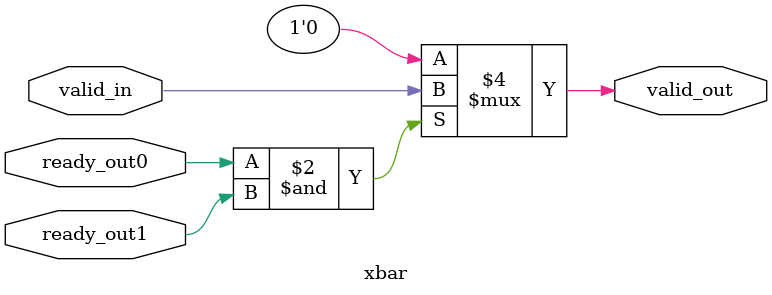
<source format=v>
module xbar (
    input wire valid_in,
    input wire ready_out0,
    input wire ready_out1,
    output reg valid_out
);
    always @(*) begin
        valid_out = 'b0;
        if(ready_out0 & ready_out1)begin
            valid_out = valid_in;     
        end
    end
endmodule
</source>
